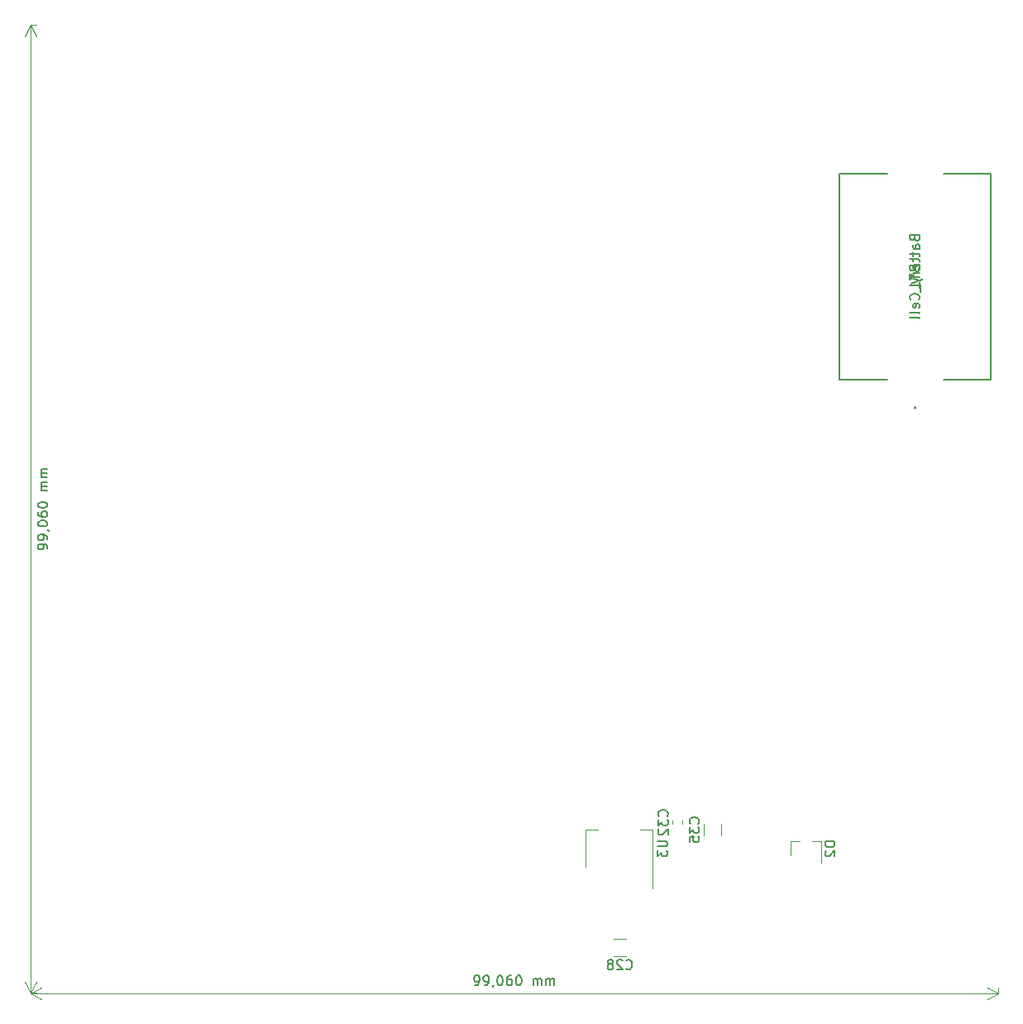
<source format=gbr>
G04 #@! TF.GenerationSoftware,KiCad,Pcbnew,5.1.0-unknown-03bce55~94~ubuntu16.04.1*
G04 #@! TF.CreationDate,2019-06-06T22:48:09-05:00*
G04 #@! TF.ProjectId,Embebidos_2019,456d6265-6269-4646-9f73-5f323031392e,rev?*
G04 #@! TF.SameCoordinates,Original*
G04 #@! TF.FileFunction,Legend,Bot*
G04 #@! TF.FilePolarity,Positive*
%FSLAX46Y46*%
G04 Gerber Fmt 4.6, Leading zero omitted, Abs format (unit mm)*
G04 Created by KiCad (PCBNEW 5.1.0-unknown-03bce55~94~ubuntu16.04.1) date 2019-06-06 22:48:09*
%MOMM*%
%LPD*%
G04 APERTURE LIST*
%ADD10C,0.150000*%
%ADD11C,0.120000*%
%ADD12C,0.152400*%
G04 APERTURE END LIST*
D10*
X65907380Y-123557380D02*
X66097857Y-123557380D01*
X66193095Y-123509761D01*
X66240714Y-123462142D01*
X66335952Y-123319285D01*
X66383571Y-123128809D01*
X66383571Y-122747857D01*
X66335952Y-122652619D01*
X66288333Y-122605000D01*
X66193095Y-122557380D01*
X66002619Y-122557380D01*
X65907380Y-122605000D01*
X65859761Y-122652619D01*
X65812142Y-122747857D01*
X65812142Y-122985952D01*
X65859761Y-123081190D01*
X65907380Y-123128809D01*
X66002619Y-123176428D01*
X66193095Y-123176428D01*
X66288333Y-123128809D01*
X66335952Y-123081190D01*
X66383571Y-122985952D01*
X66859761Y-123557380D02*
X67050238Y-123557380D01*
X67145476Y-123509761D01*
X67193095Y-123462142D01*
X67288333Y-123319285D01*
X67335952Y-123128809D01*
X67335952Y-122747857D01*
X67288333Y-122652619D01*
X67240714Y-122605000D01*
X67145476Y-122557380D01*
X66955000Y-122557380D01*
X66859761Y-122605000D01*
X66812142Y-122652619D01*
X66764523Y-122747857D01*
X66764523Y-122985952D01*
X66812142Y-123081190D01*
X66859761Y-123128809D01*
X66955000Y-123176428D01*
X67145476Y-123176428D01*
X67240714Y-123128809D01*
X67288333Y-123081190D01*
X67335952Y-122985952D01*
X67812142Y-123509761D02*
X67812142Y-123557380D01*
X67764523Y-123652619D01*
X67716904Y-123700238D01*
X68431190Y-122557380D02*
X68526428Y-122557380D01*
X68621666Y-122605000D01*
X68669285Y-122652619D01*
X68716904Y-122747857D01*
X68764523Y-122938333D01*
X68764523Y-123176428D01*
X68716904Y-123366904D01*
X68669285Y-123462142D01*
X68621666Y-123509761D01*
X68526428Y-123557380D01*
X68431190Y-123557380D01*
X68335952Y-123509761D01*
X68288333Y-123462142D01*
X68240714Y-123366904D01*
X68193095Y-123176428D01*
X68193095Y-122938333D01*
X68240714Y-122747857D01*
X68288333Y-122652619D01*
X68335952Y-122605000D01*
X68431190Y-122557380D01*
X69621666Y-122557380D02*
X69431190Y-122557380D01*
X69335952Y-122605000D01*
X69288333Y-122652619D01*
X69193095Y-122795476D01*
X69145476Y-122985952D01*
X69145476Y-123366904D01*
X69193095Y-123462142D01*
X69240714Y-123509761D01*
X69335952Y-123557380D01*
X69526428Y-123557380D01*
X69621666Y-123509761D01*
X69669285Y-123462142D01*
X69716904Y-123366904D01*
X69716904Y-123128809D01*
X69669285Y-123033571D01*
X69621666Y-122985952D01*
X69526428Y-122938333D01*
X69335952Y-122938333D01*
X69240714Y-122985952D01*
X69193095Y-123033571D01*
X69145476Y-123128809D01*
X70335952Y-122557380D02*
X70431190Y-122557380D01*
X70526428Y-122605000D01*
X70574047Y-122652619D01*
X70621666Y-122747857D01*
X70669285Y-122938333D01*
X70669285Y-123176428D01*
X70621666Y-123366904D01*
X70574047Y-123462142D01*
X70526428Y-123509761D01*
X70431190Y-123557380D01*
X70335952Y-123557380D01*
X70240714Y-123509761D01*
X70193095Y-123462142D01*
X70145476Y-123366904D01*
X70097857Y-123176428D01*
X70097857Y-122938333D01*
X70145476Y-122747857D01*
X70193095Y-122652619D01*
X70240714Y-122605000D01*
X70335952Y-122557380D01*
X71859761Y-123557380D02*
X71859761Y-122890714D01*
X71859761Y-122985952D02*
X71907380Y-122938333D01*
X72002619Y-122890714D01*
X72145476Y-122890714D01*
X72240714Y-122938333D01*
X72288333Y-123033571D01*
X72288333Y-123557380D01*
X72288333Y-123033571D02*
X72335952Y-122938333D01*
X72431190Y-122890714D01*
X72574047Y-122890714D01*
X72669285Y-122938333D01*
X72716904Y-123033571D01*
X72716904Y-123557380D01*
X73193095Y-123557380D02*
X73193095Y-122890714D01*
X73193095Y-122985952D02*
X73240714Y-122938333D01*
X73335952Y-122890714D01*
X73478809Y-122890714D01*
X73574047Y-122938333D01*
X73621666Y-123033571D01*
X73621666Y-123557380D01*
X73621666Y-123033571D02*
X73669285Y-122938333D01*
X73764523Y-122890714D01*
X73907380Y-122890714D01*
X74002619Y-122938333D01*
X74050238Y-123033571D01*
X74050238Y-123557380D01*
D11*
X20425000Y-124375000D02*
X119485000Y-124375000D01*
X20425000Y-124375000D02*
X20425000Y-123788579D01*
X119485000Y-124375000D02*
X119485000Y-123788579D01*
X119485000Y-124375000D02*
X118358496Y-123788579D01*
X119485000Y-124375000D02*
X118358496Y-124961421D01*
X20425000Y-124375000D02*
X21551504Y-123788579D01*
X20425000Y-124375000D02*
X21551504Y-124961421D01*
D10*
X22147380Y-78852619D02*
X22147380Y-78662142D01*
X22099761Y-78566904D01*
X22052142Y-78519285D01*
X21909285Y-78424047D01*
X21718809Y-78376428D01*
X21337857Y-78376428D01*
X21242619Y-78424047D01*
X21195000Y-78471666D01*
X21147380Y-78566904D01*
X21147380Y-78757380D01*
X21195000Y-78852619D01*
X21242619Y-78900238D01*
X21337857Y-78947857D01*
X21575952Y-78947857D01*
X21671190Y-78900238D01*
X21718809Y-78852619D01*
X21766428Y-78757380D01*
X21766428Y-78566904D01*
X21718809Y-78471666D01*
X21671190Y-78424047D01*
X21575952Y-78376428D01*
X22147380Y-77900238D02*
X22147380Y-77709761D01*
X22099761Y-77614523D01*
X22052142Y-77566904D01*
X21909285Y-77471666D01*
X21718809Y-77424047D01*
X21337857Y-77424047D01*
X21242619Y-77471666D01*
X21195000Y-77519285D01*
X21147380Y-77614523D01*
X21147380Y-77805000D01*
X21195000Y-77900238D01*
X21242619Y-77947857D01*
X21337857Y-77995476D01*
X21575952Y-77995476D01*
X21671190Y-77947857D01*
X21718809Y-77900238D01*
X21766428Y-77805000D01*
X21766428Y-77614523D01*
X21718809Y-77519285D01*
X21671190Y-77471666D01*
X21575952Y-77424047D01*
X22099761Y-76947857D02*
X22147380Y-76947857D01*
X22242619Y-76995476D01*
X22290238Y-77043095D01*
X21147380Y-76328809D02*
X21147380Y-76233571D01*
X21195000Y-76138333D01*
X21242619Y-76090714D01*
X21337857Y-76043095D01*
X21528333Y-75995476D01*
X21766428Y-75995476D01*
X21956904Y-76043095D01*
X22052142Y-76090714D01*
X22099761Y-76138333D01*
X22147380Y-76233571D01*
X22147380Y-76328809D01*
X22099761Y-76424047D01*
X22052142Y-76471666D01*
X21956904Y-76519285D01*
X21766428Y-76566904D01*
X21528333Y-76566904D01*
X21337857Y-76519285D01*
X21242619Y-76471666D01*
X21195000Y-76424047D01*
X21147380Y-76328809D01*
X21147380Y-75138333D02*
X21147380Y-75328809D01*
X21195000Y-75424047D01*
X21242619Y-75471666D01*
X21385476Y-75566904D01*
X21575952Y-75614523D01*
X21956904Y-75614523D01*
X22052142Y-75566904D01*
X22099761Y-75519285D01*
X22147380Y-75424047D01*
X22147380Y-75233571D01*
X22099761Y-75138333D01*
X22052142Y-75090714D01*
X21956904Y-75043095D01*
X21718809Y-75043095D01*
X21623571Y-75090714D01*
X21575952Y-75138333D01*
X21528333Y-75233571D01*
X21528333Y-75424047D01*
X21575952Y-75519285D01*
X21623571Y-75566904D01*
X21718809Y-75614523D01*
X21147380Y-74424047D02*
X21147380Y-74328809D01*
X21195000Y-74233571D01*
X21242619Y-74185952D01*
X21337857Y-74138333D01*
X21528333Y-74090714D01*
X21766428Y-74090714D01*
X21956904Y-74138333D01*
X22052142Y-74185952D01*
X22099761Y-74233571D01*
X22147380Y-74328809D01*
X22147380Y-74424047D01*
X22099761Y-74519285D01*
X22052142Y-74566904D01*
X21956904Y-74614523D01*
X21766428Y-74662142D01*
X21528333Y-74662142D01*
X21337857Y-74614523D01*
X21242619Y-74566904D01*
X21195000Y-74519285D01*
X21147380Y-74424047D01*
X22147380Y-72900238D02*
X21480714Y-72900238D01*
X21575952Y-72900238D02*
X21528333Y-72852619D01*
X21480714Y-72757380D01*
X21480714Y-72614523D01*
X21528333Y-72519285D01*
X21623571Y-72471666D01*
X22147380Y-72471666D01*
X21623571Y-72471666D02*
X21528333Y-72424047D01*
X21480714Y-72328809D01*
X21480714Y-72185952D01*
X21528333Y-72090714D01*
X21623571Y-72043095D01*
X22147380Y-72043095D01*
X22147380Y-71566904D02*
X21480714Y-71566904D01*
X21575952Y-71566904D02*
X21528333Y-71519285D01*
X21480714Y-71424047D01*
X21480714Y-71281190D01*
X21528333Y-71185952D01*
X21623571Y-71138333D01*
X22147380Y-71138333D01*
X21623571Y-71138333D02*
X21528333Y-71090714D01*
X21480714Y-70995476D01*
X21480714Y-70852619D01*
X21528333Y-70757380D01*
X21623571Y-70709761D01*
X22147380Y-70709761D01*
D11*
X20425000Y-25275000D02*
X20425000Y-124335000D01*
X20425000Y-25275000D02*
X21011421Y-25275000D01*
X20425000Y-124335000D02*
X21011421Y-124335000D01*
X20425000Y-124335000D02*
X21011421Y-123208496D01*
X20425000Y-124335000D02*
X19838579Y-123208496D01*
X20425000Y-25275000D02*
X21011421Y-26401504D01*
X20425000Y-25275000D02*
X19838579Y-26401504D01*
D12*
X103228000Y-61541000D02*
X103228000Y-40459000D01*
X103228000Y-40459000D02*
X108102260Y-40459000D01*
X118722000Y-40459000D02*
X118722000Y-61541000D01*
X118722000Y-61541000D02*
X113847740Y-61541000D01*
X108102260Y-61541000D02*
X103228000Y-61541000D01*
X113847740Y-40459000D02*
X118722000Y-40459000D01*
X111051200Y-64462000D02*
G75*
G03X111051200Y-64462000I-76200J0D01*
G01*
D11*
X80132936Y-120582000D02*
X81337064Y-120582000D01*
X80132936Y-118762000D02*
X81337064Y-118762000D01*
X86135000Y-106700733D02*
X86135000Y-107043267D01*
X87155000Y-106700733D02*
X87155000Y-107043267D01*
X91135000Y-107039936D02*
X91135000Y-108244064D01*
X89315000Y-107039936D02*
X89315000Y-108244064D01*
X98218000Y-108815000D02*
X99148000Y-108815000D01*
X101378000Y-108815000D02*
X100448000Y-108815000D01*
X101378000Y-108815000D02*
X101378000Y-110975000D01*
X98218000Y-108815000D02*
X98218000Y-110275000D01*
X77245000Y-107632000D02*
X78505000Y-107632000D01*
X84065000Y-107632000D02*
X82805000Y-107632000D01*
X77245000Y-111392000D02*
X77245000Y-107632000D01*
X84065000Y-113642000D02*
X84065000Y-107632000D01*
D10*
X110903571Y-50214285D02*
X110951190Y-50357142D01*
X110998809Y-50404761D01*
X111094047Y-50452380D01*
X111236904Y-50452380D01*
X111332142Y-50404761D01*
X111379761Y-50357142D01*
X111427380Y-50261904D01*
X111427380Y-49880952D01*
X110427380Y-49880952D01*
X110427380Y-50214285D01*
X110475000Y-50309523D01*
X110522619Y-50357142D01*
X110617857Y-50404761D01*
X110713095Y-50404761D01*
X110808333Y-50357142D01*
X110855952Y-50309523D01*
X110903571Y-50214285D01*
X110903571Y-49880952D01*
X110427380Y-50738095D02*
X110427380Y-51309523D01*
X111427380Y-51023809D02*
X110427380Y-51023809D01*
X111427380Y-52166666D02*
X111427380Y-51595238D01*
X111427380Y-51880952D02*
X110427380Y-51880952D01*
X110570238Y-51785714D01*
X110665476Y-51690476D01*
X110713095Y-51595238D01*
X110903571Y-47095238D02*
X110951190Y-47238095D01*
X110998809Y-47285714D01*
X111094047Y-47333333D01*
X111236904Y-47333333D01*
X111332142Y-47285714D01*
X111379761Y-47238095D01*
X111427380Y-47142857D01*
X111427380Y-46761904D01*
X110427380Y-46761904D01*
X110427380Y-47095238D01*
X110475000Y-47190476D01*
X110522619Y-47238095D01*
X110617857Y-47285714D01*
X110713095Y-47285714D01*
X110808333Y-47238095D01*
X110855952Y-47190476D01*
X110903571Y-47095238D01*
X110903571Y-46761904D01*
X111427380Y-48190476D02*
X110903571Y-48190476D01*
X110808333Y-48142857D01*
X110760714Y-48047619D01*
X110760714Y-47857142D01*
X110808333Y-47761904D01*
X111379761Y-48190476D02*
X111427380Y-48095238D01*
X111427380Y-47857142D01*
X111379761Y-47761904D01*
X111284523Y-47714285D01*
X111189285Y-47714285D01*
X111094047Y-47761904D01*
X111046428Y-47857142D01*
X111046428Y-48095238D01*
X110998809Y-48190476D01*
X110760714Y-48523809D02*
X110760714Y-48904761D01*
X110427380Y-48666666D02*
X111284523Y-48666666D01*
X111379761Y-48714285D01*
X111427380Y-48809523D01*
X111427380Y-48904761D01*
X110760714Y-49095238D02*
X110760714Y-49476190D01*
X110427380Y-49238095D02*
X111284523Y-49238095D01*
X111379761Y-49285714D01*
X111427380Y-49380952D01*
X111427380Y-49476190D01*
X111379761Y-50190476D02*
X111427380Y-50095238D01*
X111427380Y-49904761D01*
X111379761Y-49809523D01*
X111284523Y-49761904D01*
X110903571Y-49761904D01*
X110808333Y-49809523D01*
X110760714Y-49904761D01*
X110760714Y-50095238D01*
X110808333Y-50190476D01*
X110903571Y-50238095D01*
X110998809Y-50238095D01*
X111094047Y-49761904D01*
X111427380Y-50666666D02*
X110760714Y-50666666D01*
X110951190Y-50666666D02*
X110855952Y-50714285D01*
X110808333Y-50761904D01*
X110760714Y-50857142D01*
X110760714Y-50952380D01*
X110760714Y-51190476D02*
X111427380Y-51428571D01*
X110760714Y-51666666D02*
X111427380Y-51428571D01*
X111665476Y-51333333D01*
X111713095Y-51285714D01*
X111760714Y-51190476D01*
X111522619Y-51809523D02*
X111522619Y-52571428D01*
X111332142Y-53380952D02*
X111379761Y-53333333D01*
X111427380Y-53190476D01*
X111427380Y-53095238D01*
X111379761Y-52952380D01*
X111284523Y-52857142D01*
X111189285Y-52809523D01*
X110998809Y-52761904D01*
X110855952Y-52761904D01*
X110665476Y-52809523D01*
X110570238Y-52857142D01*
X110475000Y-52952380D01*
X110427380Y-53095238D01*
X110427380Y-53190476D01*
X110475000Y-53333333D01*
X110522619Y-53380952D01*
X111379761Y-54190476D02*
X111427380Y-54095238D01*
X111427380Y-53904761D01*
X111379761Y-53809523D01*
X111284523Y-53761904D01*
X110903571Y-53761904D01*
X110808333Y-53809523D01*
X110760714Y-53904761D01*
X110760714Y-54095238D01*
X110808333Y-54190476D01*
X110903571Y-54238095D01*
X110998809Y-54238095D01*
X111094047Y-53761904D01*
X111427380Y-54809523D02*
X111379761Y-54714285D01*
X111284523Y-54666666D01*
X110427380Y-54666666D01*
X111427380Y-55333333D02*
X111379761Y-55238095D01*
X111284523Y-55190476D01*
X110427380Y-55190476D01*
X110427380Y-51000000D02*
X110665476Y-51000000D01*
X110570238Y-50761904D02*
X110665476Y-51000000D01*
X110570238Y-51238095D01*
X110855952Y-50857142D02*
X110665476Y-51000000D01*
X110855952Y-51142857D01*
X81377857Y-121849142D02*
X81425476Y-121896761D01*
X81568333Y-121944380D01*
X81663571Y-121944380D01*
X81806428Y-121896761D01*
X81901666Y-121801523D01*
X81949285Y-121706285D01*
X81996904Y-121515809D01*
X81996904Y-121372952D01*
X81949285Y-121182476D01*
X81901666Y-121087238D01*
X81806428Y-120992000D01*
X81663571Y-120944380D01*
X81568333Y-120944380D01*
X81425476Y-120992000D01*
X81377857Y-121039619D01*
X80996904Y-121039619D02*
X80949285Y-120992000D01*
X80854047Y-120944380D01*
X80615952Y-120944380D01*
X80520714Y-120992000D01*
X80473095Y-121039619D01*
X80425476Y-121134857D01*
X80425476Y-121230095D01*
X80473095Y-121372952D01*
X81044523Y-121944380D01*
X80425476Y-121944380D01*
X79854047Y-121372952D02*
X79949285Y-121325333D01*
X79996904Y-121277714D01*
X80044523Y-121182476D01*
X80044523Y-121134857D01*
X79996904Y-121039619D01*
X79949285Y-120992000D01*
X79854047Y-120944380D01*
X79663571Y-120944380D01*
X79568333Y-120992000D01*
X79520714Y-121039619D01*
X79473095Y-121134857D01*
X79473095Y-121182476D01*
X79520714Y-121277714D01*
X79568333Y-121325333D01*
X79663571Y-121372952D01*
X79854047Y-121372952D01*
X79949285Y-121420571D01*
X79996904Y-121468190D01*
X80044523Y-121563428D01*
X80044523Y-121753904D01*
X79996904Y-121849142D01*
X79949285Y-121896761D01*
X79854047Y-121944380D01*
X79663571Y-121944380D01*
X79568333Y-121896761D01*
X79520714Y-121849142D01*
X79473095Y-121753904D01*
X79473095Y-121563428D01*
X79520714Y-121468190D01*
X79568333Y-121420571D01*
X79663571Y-121372952D01*
X85572142Y-106229142D02*
X85619761Y-106181523D01*
X85667380Y-106038666D01*
X85667380Y-105943428D01*
X85619761Y-105800571D01*
X85524523Y-105705333D01*
X85429285Y-105657714D01*
X85238809Y-105610095D01*
X85095952Y-105610095D01*
X84905476Y-105657714D01*
X84810238Y-105705333D01*
X84715000Y-105800571D01*
X84667380Y-105943428D01*
X84667380Y-106038666D01*
X84715000Y-106181523D01*
X84762619Y-106229142D01*
X84667380Y-106562476D02*
X84667380Y-107181523D01*
X85048333Y-106848190D01*
X85048333Y-106991047D01*
X85095952Y-107086285D01*
X85143571Y-107133904D01*
X85238809Y-107181523D01*
X85476904Y-107181523D01*
X85572142Y-107133904D01*
X85619761Y-107086285D01*
X85667380Y-106991047D01*
X85667380Y-106705333D01*
X85619761Y-106610095D01*
X85572142Y-106562476D01*
X84762619Y-107562476D02*
X84715000Y-107610095D01*
X84667380Y-107705333D01*
X84667380Y-107943428D01*
X84715000Y-108038666D01*
X84762619Y-108086285D01*
X84857857Y-108133904D01*
X84953095Y-108133904D01*
X85095952Y-108086285D01*
X85667380Y-107514857D01*
X85667380Y-108133904D01*
X88762142Y-106999142D02*
X88809761Y-106951523D01*
X88857380Y-106808666D01*
X88857380Y-106713428D01*
X88809761Y-106570571D01*
X88714523Y-106475333D01*
X88619285Y-106427714D01*
X88428809Y-106380095D01*
X88285952Y-106380095D01*
X88095476Y-106427714D01*
X88000238Y-106475333D01*
X87905000Y-106570571D01*
X87857380Y-106713428D01*
X87857380Y-106808666D01*
X87905000Y-106951523D01*
X87952619Y-106999142D01*
X87857380Y-107332476D02*
X87857380Y-107951523D01*
X88238333Y-107618190D01*
X88238333Y-107761047D01*
X88285952Y-107856285D01*
X88333571Y-107903904D01*
X88428809Y-107951523D01*
X88666904Y-107951523D01*
X88762142Y-107903904D01*
X88809761Y-107856285D01*
X88857380Y-107761047D01*
X88857380Y-107475333D01*
X88809761Y-107380095D01*
X88762142Y-107332476D01*
X87857380Y-108856285D02*
X87857380Y-108380095D01*
X88333571Y-108332476D01*
X88285952Y-108380095D01*
X88238333Y-108475333D01*
X88238333Y-108713428D01*
X88285952Y-108808666D01*
X88333571Y-108856285D01*
X88428809Y-108903904D01*
X88666904Y-108903904D01*
X88762142Y-108856285D01*
X88809761Y-108808666D01*
X88857380Y-108713428D01*
X88857380Y-108475333D01*
X88809761Y-108380095D01*
X88762142Y-108332476D01*
X102750380Y-108836904D02*
X101750380Y-108836904D01*
X101750380Y-109075000D01*
X101798000Y-109217857D01*
X101893238Y-109313095D01*
X101988476Y-109360714D01*
X102178952Y-109408333D01*
X102321809Y-109408333D01*
X102512285Y-109360714D01*
X102607523Y-109313095D01*
X102702761Y-109217857D01*
X102750380Y-109075000D01*
X102750380Y-108836904D01*
X101845619Y-109789285D02*
X101798000Y-109836904D01*
X101750380Y-109932142D01*
X101750380Y-110170238D01*
X101798000Y-110265476D01*
X101845619Y-110313095D01*
X101940857Y-110360714D01*
X102036095Y-110360714D01*
X102178952Y-110313095D01*
X102750380Y-109741666D01*
X102750380Y-110360714D01*
X84607380Y-108780095D02*
X85416904Y-108780095D01*
X85512142Y-108827714D01*
X85559761Y-108875333D01*
X85607380Y-108970571D01*
X85607380Y-109161047D01*
X85559761Y-109256285D01*
X85512142Y-109303904D01*
X85416904Y-109351523D01*
X84607380Y-109351523D01*
X84607380Y-109732476D02*
X84607380Y-110351523D01*
X84988333Y-110018190D01*
X84988333Y-110161047D01*
X85035952Y-110256285D01*
X85083571Y-110303904D01*
X85178809Y-110351523D01*
X85416904Y-110351523D01*
X85512142Y-110303904D01*
X85559761Y-110256285D01*
X85607380Y-110161047D01*
X85607380Y-109875333D01*
X85559761Y-109780095D01*
X85512142Y-109732476D01*
M02*

</source>
